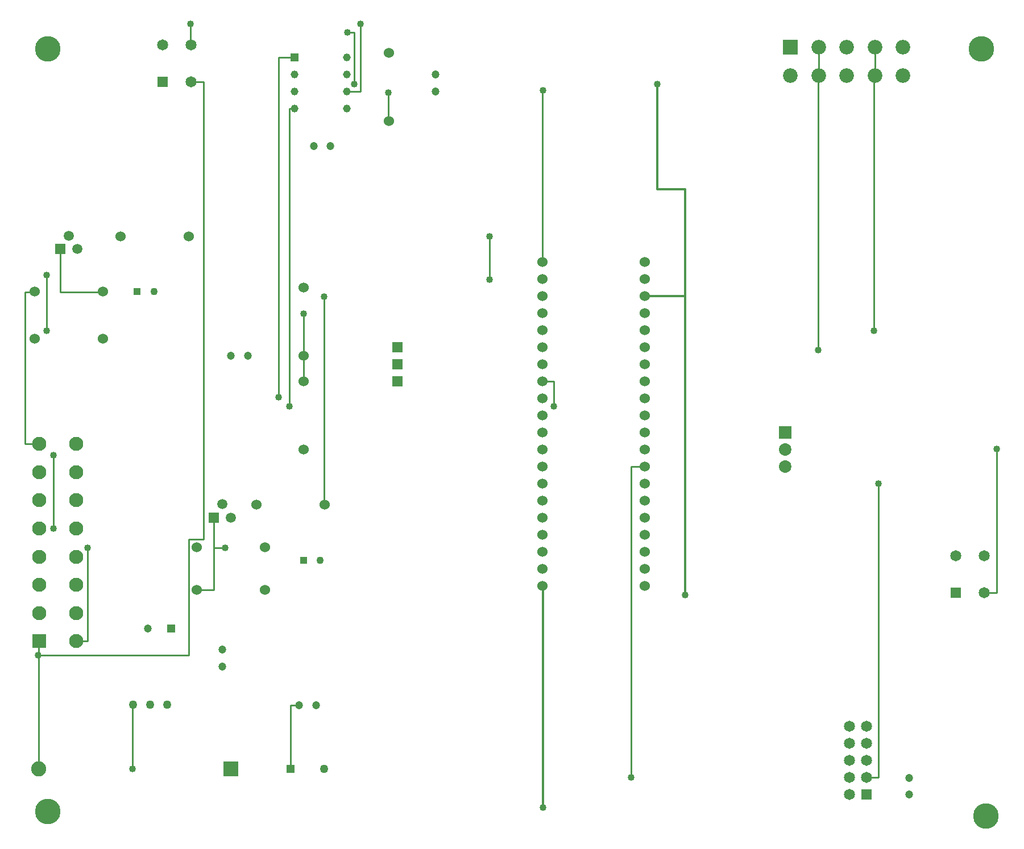
<source format=gbr>
G04 DesignSpark PCB Gerber Version 9.0 Build 5138 *
%FSLAX35Y35*%
%MOIN*%
%ADD24R,0.04331X0.04331*%
%ADD74R,0.04563X0.04563*%
%ADD21R,0.04724X0.04724*%
%ADD22R,0.05020X0.05020*%
%ADD72R,0.05965X0.05965*%
%ADD76R,0.06000X0.06000*%
%ADD28R,0.06496X0.06496*%
%ADD26R,0.07323X0.07323*%
%ADD14R,0.08268X0.08268*%
%ADD70R,0.08563X0.08563*%
%ADD18R,0.08858X0.08858*%
%ADD10C,0.01000*%
%ADD12C,0.01181*%
%ADD11C,0.04000*%
%ADD25C,0.04331*%
%ADD75C,0.04563*%
%ADD20C,0.04724*%
%ADD17C,0.04961*%
%ADD23C,0.05020*%
%ADD73C,0.05965*%
%ADD16C,0.06000*%
%ADD29C,0.06496*%
%ADD27C,0.07323*%
%ADD15C,0.08268*%
%ADD71C,0.08563*%
%ADD19C,0.08858*%
%ADD13C,0.14961*%
X0Y0D02*
D02*
D10*
X15600Y328159D02*
X15029Y327923D01*
X9990*
Y238907*
X18100*
X17549Y115009D02*
X105738D01*
Y183041*
X114557*
Y451387*
X107135*
X18002Y48159D02*
Y123159D01*
X18100*
X22588Y305246D02*
Y338002D01*
X26368Y232175D02*
Y189340D01*
X46525Y178002D02*
Y123159D01*
X39754*
X55600Y328159D02*
X55344Y327923D01*
X30600*
Y353159*
X72982Y48238D02*
Y86033D01*
X73100*
X106998Y485403D02*
Y473041D01*
X107135*
X120600Y178002D02*
Y195659D01*
Y178002D02*
X127155D01*
X120600D02*
Y153159D01*
X110600*
X158651Y266191D02*
Y465659D01*
X167726*
X164950Y261151D02*
Y435659D01*
X167726*
X165600Y48159D02*
Y85659D01*
X170600*
X173100Y290659D02*
Y275659D01*
Y315324D02*
Y290659D01*
X185108Y325403D02*
Y203159D01*
X185600*
X198966Y480364D02*
X202746D01*
Y450128*
X206525Y485403D02*
Y445659D01*
X198474*
X222903Y445088D02*
Y428159D01*
X223100*
X282116Y335482D02*
Y360679D01*
X313612Y446348D02*
X313100D01*
Y345659*
X319911Y261151D02*
Y275659D01*
X313100*
X365265Y43198D02*
Y225659D01*
X373100*
X474872Y293907D02*
Y453750D01*
X475029*
Y455009*
Y471545*
X507628Y305246D02*
Y455009D01*
X508100*
Y471545*
X510147Y215797D02*
Y43159D01*
X503100*
X579439Y235954D02*
Y151545D01*
X572037*
D02*
D11*
X17549Y115009D03*
X22588Y305246D03*
Y338002D03*
X26368Y189340D03*
Y232175D03*
X46525Y178002D03*
X72982Y48238D03*
X106998Y485403D03*
X127155Y178002D03*
X158651Y266191D03*
X164950Y261151D03*
X173100Y315324D03*
X185108Y325403D03*
X198966Y480364D03*
X202746Y450128D03*
X206525Y485403D03*
X222903Y445088D03*
X282116Y335482D03*
Y360679D03*
X313612Y25561D03*
Y446348D03*
X319911Y261151D03*
X365265Y43198D03*
X380383Y450128D03*
X396761Y150285D03*
X474872Y293907D03*
X507628Y305246D03*
X510147Y215797D03*
X579439Y235954D03*
D02*
D12*
X313612Y25561D02*
Y155659D01*
X313100*
X396761Y325659D02*
X373100D01*
X396761D02*
Y388395D01*
X380383*
Y450128*
X396761Y325659D02*
Y150285D01*
D02*
D13*
X23100Y23159D03*
Y470659D03*
X570600D03*
X573100Y20659D03*
D02*
D14*
X18100Y123159D03*
D02*
D15*
Y139694D03*
Y156230D03*
Y172765D03*
Y189301D03*
Y205836D03*
Y222372D03*
Y238907D03*
X39754Y123159D03*
Y139694D03*
Y156230D03*
Y172765D03*
Y189301D03*
Y205836D03*
Y222372D03*
Y238907D03*
D02*
D16*
X15600Y300659D03*
Y328159D03*
X55600Y300659D03*
Y328159D03*
X65738Y360659D03*
X105738D03*
X110600Y153159D03*
Y178159D03*
X145600Y203159D03*
X150600Y153159D03*
Y178159D03*
X173100Y235659D03*
Y275659D03*
Y290659D03*
Y330659D03*
X185600Y203159D03*
X223100Y428159D03*
Y468159D03*
X313100Y155659D03*
Y165659D03*
Y175659D03*
Y185659D03*
Y195659D03*
Y205659D03*
Y215659D03*
Y225659D03*
Y235659D03*
Y245659D03*
Y255659D03*
Y265659D03*
Y275659D03*
Y285659D03*
Y295659D03*
Y305659D03*
Y315659D03*
Y325659D03*
Y335659D03*
Y345659D03*
X373100Y155659D03*
Y165659D03*
Y175659D03*
Y185659D03*
Y195659D03*
Y205659D03*
Y215659D03*
Y225659D03*
Y235659D03*
Y245659D03*
Y255659D03*
Y265659D03*
Y275659D03*
Y285659D03*
Y295659D03*
Y305659D03*
Y315659D03*
Y325659D03*
Y335659D03*
Y345659D03*
D02*
D17*
X73100Y86033D03*
X83100D03*
X93100D03*
D02*
D18*
X130600Y48159D03*
D02*
D19*
X18002D03*
D02*
D70*
X458494Y471545D03*
D02*
D71*
Y455009D03*
X475029D03*
Y471545D03*
X491565Y455009D03*
Y471545D03*
X508100Y455009D03*
Y471545D03*
X524635Y455009D03*
Y471545D03*
D02*
D20*
X81820Y130659D03*
X125600Y108317D03*
Y118159D03*
X130600Y290659D03*
X140443D03*
X170600Y85659D03*
X179045Y413592D03*
X180443Y85659D03*
X188887Y413592D03*
X250600Y445817D03*
Y455659D03*
X528100Y33159D03*
Y43002D03*
D02*
D21*
X95600Y130659D03*
D02*
D22*
X165600Y48159D03*
D02*
D23*
X185285D03*
D02*
D24*
X75600Y328159D03*
X173100Y170659D03*
D02*
D25*
X85443Y328159D03*
X182943Y170659D03*
D02*
D26*
X455600Y245659D03*
D02*
D27*
Y225659D03*
Y235659D03*
D02*
D28*
X90600Y451387D03*
X503100Y33159D03*
X555502Y151545D03*
D02*
D29*
X90600Y473041D03*
X107135Y451387D03*
Y473041D03*
X493100Y33159D03*
Y43159D03*
Y53159D03*
Y63159D03*
Y73159D03*
X503100Y43159D03*
Y53159D03*
Y63159D03*
Y73159D03*
X555502Y173198D03*
X572037Y151545D03*
Y173198D03*
D02*
D72*
X30600Y353159D03*
X120600Y195659D03*
D02*
D73*
X35600Y361033D03*
X40600Y353159D03*
X125600Y203533D03*
X130600Y195659D03*
D02*
D74*
X167726Y465659D03*
D02*
D75*
Y435659D03*
Y445659D03*
Y455659D03*
X198474Y435659D03*
Y445659D03*
Y455659D03*
Y465659D03*
D02*
D76*
X228100Y275659D03*
Y285659D03*
Y295659D03*
X0Y0D02*
M02*

</source>
